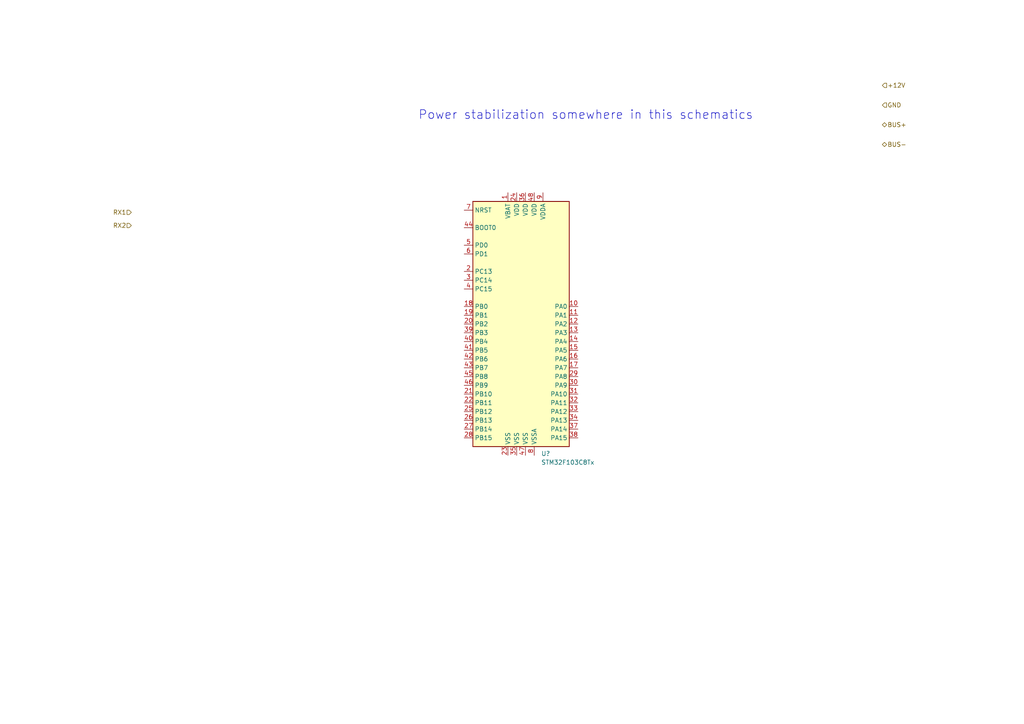
<source format=kicad_sch>
(kicad_sch (version 20211123) (generator eeschema)
  (paper "A4")
  (lib_symbols
    (symbol "MCU_ST_STM32F1:STM32F103C8Tx"
      (property "Reference" "U" (at -15.24 36.83 0))
      (property "Value" "STM32F103C8Tx" (at 7.62 36.83 0))
      (symbol "STM32F103C8Tx_0_1"
        (rectangle (start -15.24 -35.56) (end 12.7 35.56) (stroke (width 0.254)) (fill (type background)))
      )
      (symbol "STM32F103C8Tx_1_1"
        (pin power_in line (at -5.08 38.1 270) (length 2.54) (name "VBAT") (number "1"))
        (pin bidirectional line (at 15.24 5.08 180) (length 2.54) (name "PA0") (number "10"))
        (pin bidirectional line (at 15.24 2.54 180) (length 2.54) (name "PA1") (number "11"))
        (pin bidirectional line (at 15.24 0 180) (length 2.54) (name "PA2") (number "12"))
        (pin bidirectional line (at 15.24 -2.54 180) (length 2.54) (name "PA3") (number "13"))
        (pin bidirectional line (at 15.24 -5.08 180) (length 2.54) (name "PA4") (number "14"))
        (pin bidirectional line (at 15.24 -7.62 180) (length 2.54) (name "PA5") (number "15"))
        (pin bidirectional line (at 15.24 -10.16 180) (length 2.54) (name "PA6") (number "16"))
        (pin bidirectional line (at 15.24 -12.7 180) (length 2.54) (name "PA7") (number "17"))
        (pin bidirectional line (at -17.78 5.08 0) (length 2.54) (name "PB0") (number "18"))
        (pin bidirectional line (at -17.78 2.54 0) (length 2.54) (name "PB1") (number "19"))
        (pin bidirectional line (at -17.78 15.24 0) (length 2.54) (name "PC13") (number "2"))
        (pin bidirectional line (at -17.78 0 0) (length 2.54) (name "PB2") (number "20"))
        (pin bidirectional line (at -17.78 -20.32 0) (length 2.54) (name "PB10") (number "21"))
        (pin bidirectional line (at -17.78 -22.86 0) (length 2.54) (name "PB11") (number "22"))
        (pin power_in line (at -5.08 -38.1 90) (length 2.54) (name "VSS") (number "23"))
        (pin power_in line (at -2.54 38.1 270) (length 2.54) (name "VDD") (number "24"))
        (pin bidirectional line (at -17.78 -25.4 0) (length 2.54) (name "PB12") (number "25"))
        (pin bidirectional line (at -17.78 -27.94 0) (length 2.54) (name "PB13") (number "26"))
        (pin bidirectional line (at -17.78 -30.48 0) (length 2.54) (name "PB14") (number "27"))
        (pin bidirectional line (at -17.78 -33.02 0) (length 2.54) (name "PB15") (number "28"))
        (pin bidirectional line (at 15.24 -15.24 180) (length 2.54) (name "PA8") (number "29"))
        (pin bidirectional line (at -17.78 12.7 0) (length 2.54) (name "PC14") (number "3"))
        (pin bidirectional line (at 15.24 -17.78 180) (length 2.54) (name "PA9") (number "30"))
        (pin bidirectional line (at 15.24 -20.32 180) (length 2.54) (name "PA10") (number "31"))
        (pin bidirectional line (at 15.24 -22.86 180) (length 2.54) (name "PA11") (number "32"))
        (pin bidirectional line (at 15.24 -25.4 180) (length 2.54) (name "PA12") (number "33"))
        (pin bidirectional line (at 15.24 -27.94 180) (length 2.54) (name "PA13") (number "34"))
        (pin power_in line (at -2.54 -38.1 90) (length 2.54) (name "VSS") (number "35"))
        (pin power_in line (at 0 38.1 270) (length 2.54) (name "VDD") (number "36"))
        (pin bidirectional line (at 15.24 -30.48 180) (length 2.54) (name "PA14") (number "37"))
        (pin bidirectional line (at 15.24 -33.02 180) (length 2.54) (name "PA15") (number "38"))
        (pin bidirectional line (at -17.78 -2.54 0) (length 2.54) (name "PB3") (number "39"))
        (pin bidirectional line (at -17.78 10.16 0) (length 2.54) (name "PC15") (number "4"))
        (pin bidirectional line (at -17.78 -5.08 0) (length 2.54) (name "PB4") (number "40"))
        (pin bidirectional line (at -17.78 -7.62 0) (length 2.54) (name "PB5") (number "41"))
        (pin bidirectional line (at -17.78 -10.16 0) (length 2.54) (name "PB6") (number "42"))
        (pin bidirectional line (at -17.78 -12.7 0) (length 2.54) (name "PB7") (number "43"))
        (pin input line (at -17.78 27.94 0) (length 2.54) (name "BOOT0") (number "44"))
        (pin bidirectional line (at -17.78 -15.24 0) (length 2.54) (name "PB8") (number "45"))
        (pin bidirectional line (at -17.78 -17.78 0) (length 2.54) (name "PB9") (number "46"))
        (pin power_in line (at 0 -38.1 90) (length 2.54) (name "VSS") (number "47"))
        (pin power_in line (at 2.54 38.1 270) (length 2.54) (name "VDD") (number "48"))
        (pin input line (at -17.78 22.86 0) (length 2.54) (name "PD0") (number "5"))
        (pin input line (at -17.78 20.32 0) (length 2.54) (name "PD1") (number "6"))
        (pin input line (at -17.78 33.02 0) (length 2.54) (name "NRST") (number "7"))
        (pin power_in line (at 2.54 -38.1 90) (length 2.54) (name "VSSA") (number "8"))
        (pin power_in line (at 5.08 38.1 270) (length 2.54) (name "VDDA") (number "9"))
      )
    )
  )
  (text "Power stabilization somewhere in this schematics" (at 121.285 34.925 0) (effects (font (size 2.54 2.54)) (justify left bottom)))
  (hierarchical_label "GND" (shape input) (at 255.905 30.48 0))
  (hierarchical_label "+12V" (shape input) (at 255.905 24.765 0))
  (hierarchical_label "BUS+" (shape bidirectional) (at 255.905 36.195 0))
  (hierarchical_label "RX2" (shape input) (at 38.1 65.405 180))
  (hierarchical_label "RX1" (shape input) (at 38.1 61.595 180))
  (hierarchical_label "BUS-" (shape bidirectional) (at 255.905 41.91 0))
  (symbol (lib_id "MCU_ST_STM32F1:STM32F103C8Tx") (at 152.4 93.98 0) (unit 1)
    (property "Reference" "U?" (at 156.9594 131.5704 0) (effects (justify left)))
    (property "Value" "STM32F103C8Tx" (at 156.9594 134.1073 0) (effects (justify left)))
    (property "Footprint" "Package_QFP:LQFP-48_7x7mm_P0.5mm" (effects hide))
    (property "Datasheet" "http://www.st.com/st-web-ui/static/active/en/resource/technical/document/datasheet/CD00161566.pdf" (effects hide))
  )
)
</source>
